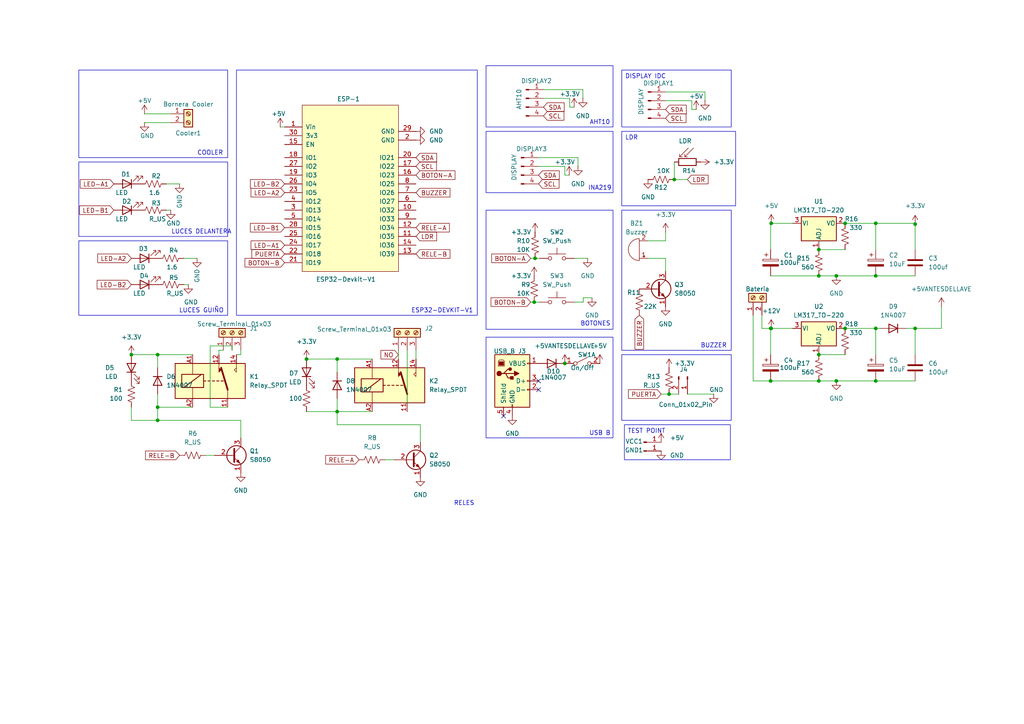
<source format=kicad_sch>
(kicad_sch (version 20231120) (generator "eeschema") (generator_version "8.0")
  (paper "A4")
  (lib_symbols
    (symbol "Connector:Conn_01x01_Pin" (pin_names (offset 1.016) hide)
      (property "Reference" "J" (at 0 2.54 0))
      (property "Value" "Conn_01x01_Pin" (at 0 -2.54 0))
      (symbol "Conn_01x01_Pin_1_1"
        (pin passive line (at 5.08 0 180) (length 3.81) (name "Pin_1") (number "1"))
      )
    )
    (symbol "Connector:Conn_01x02_Pin" (pin_names (offset 1.016) hide)
      (property "Reference" "J" (at 0 2.54 0))
      (property "Value" "Conn_01x02_Pin" (at 0 -5.08 0))
      (symbol "Conn_01x02_Pin_1_1"
        (pin passive line (at 5.08 0 180) (length 3.81) (name "Pin_1") (number "1"))
        (pin passive line (at 5.08 -2.54 180) (length 3.81) (name "Pin_2") (number "2"))
      )
    )
    (symbol "Connector:Conn_01x04_Pin" (pin_names (offset 1.016) hide)
      (property "Reference" "J" (at 0 5.08 0))
      (property "Value" "Conn_01x04_Pin" (at 0 -7.62 0))
      (symbol "Conn_01x04_Pin_1_1"
        (pin passive line (at 5.08 2.54 180) (length 3.81) (name "Pin_1") (number "1"))
        (pin passive line (at 5.08 0 180) (length 3.81) (name "Pin_2") (number "2"))
        (pin passive line (at 5.08 -2.54 180) (length 3.81) (name "Pin_3") (number "3"))
        (pin passive line (at 5.08 -5.08 180) (length 3.81) (name "Pin_4") (number "4"))
      )
    )
    (symbol "Connector:Screw_Terminal_01x02" (pin_names (offset 1.016) hide)
      (property "Reference" "J" (at 0 2.54 0))
      (property "Value" "Screw_Terminal_01x02" (at 0 -5.08 0))
      (symbol "Screw_Terminal_01x02_1_1"
        (pin passive line (at -5.08 0 0) (length 3.81) (name "Pin_1") (number "1"))
        (pin passive line (at -5.08 -2.54 0) (length 3.81) (name "Pin_2") (number "2"))
      )
    )
    (symbol "Connector:Screw_Terminal_01x03" (pin_names (offset 1.016) hide)
      (property "Reference" "J" (at 0 5.08 0))
      (property "Value" "Screw_Terminal_01x03" (at 0 -5.08 0))
      (symbol "Screw_Terminal_01x03_1_1"
        (pin passive line (at -5.08 2.54 0) (length 3.81) (name "Pin_1") (number "1"))
        (pin passive line (at -5.08 0 0) (length 3.81) (name "Pin_2") (number "2"))
        (pin passive line (at -5.08 -2.54 0) (length 3.81) (name "Pin_3") (number "3"))
      )
    )
    (symbol "Connector:USB_B" (pin_names (offset 1.016))
      (property "Reference" "J" (at -5.08 11.43 0))
      (property "Value" "USB_B" (at -5.08 8.89 0))
      (symbol "USB_B_1_1"
        (pin power_out line (at 7.62 5.08 180) (length 2.54) (name "VBUS") (number "1"))
        (pin bidirectional line (at 7.62 -2.54 180) (length 2.54) (name "D-") (number "2"))
        (pin bidirectional line (at 7.62 0 180) (length 2.54) (name "D+") (number "3"))
        (pin power_out line (at 0 -10.16 90) (length 2.54) (name "GND") (number "4"))
        (pin passive line (at -2.54 -10.16 90) (length 2.54) (name "Shield") (number "5"))
      )
    )
    (symbol "Device:Buzzer" (pin_names (offset 0.0254) hide)
      (property "Reference" "BZ" (at 3.81 1.27 0))
      (property "Value" "Buzzer" (at 3.81 -1.27 0))
      (symbol "Buzzer_1_1"
        (pin passive line (at -2.54 2.54 0) (length 2.54) (name "+") (number "1"))
        (pin passive line (at -2.54 -2.54 0) (length 2.54) (name "-") (number "2"))
      )
    )
    (symbol "Device:C" (pin_numbers hide) (pin_names (offset 0.254))
      (property "Reference" "C" (at 0.635 2.54 0))
      (property "Value" "C" (at 0.635 -2.54 0))
      (symbol "C_1_1"
        (pin passive line (at 0 3.81 270) (length 2.794) (name "~") (number "1"))
        (pin passive line (at 0 -3.81 90) (length 2.794) (name "~") (number "2"))
      )
    )
    (symbol "Device:C_Polarized" (pin_numbers hide) (pin_names (offset 0.254))
      (property "Reference" "C" (at 0.635 2.54 0))
      (property "Value" "C_Polarized" (at 0.635 -2.54 0))
      (symbol "C_Polarized_1_1"
        (pin passive line (at 0 3.81 270) (length 2.794) (name "~") (number "1"))
        (pin passive line (at 0 -3.81 90) (length 2.794) (name "~") (number "2"))
      )
    )
    (symbol "Device:LED" (pin_numbers hide) (pin_names (offset 1.016) hide)
      (property "Reference" "D" (at 0 2.54 0))
      (property "Value" "LED" (at 0 -2.54 0))
      (symbol "LED_1_1"
        (pin passive line (at -3.81 0 0) (length 2.54) (name "K") (number "1"))
        (pin passive line (at 3.81 0 180) (length 2.54) (name "A") (number "2"))
      )
    )
    (symbol "Device:R_US" (pin_numbers hide) (pin_names (offset 0))
      (property "Reference" "R" (at 2.54 0 90))
      (property "Value" "R_US" (at -2.54 0 90))
      (symbol "R_US_1_1"
        (pin passive line (at 0 3.81 270) (length 1.27) (name "~") (number "1"))
        (pin passive line (at 0 -3.81 90) (length 1.27) (name "~") (number "2"))
      )
    )
    (symbol "Diode:1N4007" (pin_numbers hide) (pin_names hide)
      (property "Reference" "D" (at 0 2.54 0))
      (property "Value" "1N4007" (at 0 -2.54 0))
      (symbol "1N4007_1_1"
        (pin passive line (at -3.81 0 0) (length 2.54) (name "K") (number "1"))
        (pin passive line (at 3.81 0 180) (length 2.54) (name "A") (number "2"))
      )
    )
    (symbol "Regulator_Linear:LM317_TO-220" (pin_names (offset 0.254))
      (property "Reference" "U" (at -3.81 3.175 0))
      (property "Value" "LM317_TO-220" (at 0 3.175 0))
      (symbol "LM317_TO-220_1_1"
        (pin input line (at 0 -7.62 90) (length 2.54) (name "ADJ") (number "1"))
        (pin power_out line (at 7.62 0 180) (length 2.54) (name "VO") (number "2"))
        (pin power_in line (at -7.62 0 0) (length 2.54) (name "VI") (number "3"))
      )
    )
    (symbol "Relay:Relay_SPDT"
      (property "Reference" "K" (at 11.43 3.81 0))
      (property "Value" "Relay_SPDT" (at 11.43 1.27 0))
      (symbol "Relay_SPDT_1_1"
        (pin passive line (at 5.08 -7.62 90) (length 2.54) (name "~") (number "11"))
        (pin passive line (at 2.54 7.62 270) (length 2.54) (name "~") (number "12"))
        (pin passive line (at 7.62 7.62 270) (length 2.54) (name "~") (number "14"))
        (pin passive line (at -5.08 7.62 270) (length 2.54) (name "~") (number "A1"))
        (pin passive line (at -5.08 -7.62 90) (length 2.54) (name "~") (number "A2"))
      )
    )
    (symbol "Sensor_Optical:A1050" (pin_numbers hide) (pin_names (offset 0))
      (property "Reference" "R" (at -5.08 0 90))
      (property "Value" "A1050" (at 1.905 0 90))
      (symbol "A1050_1_1"
        (pin passive line (at 0 3.81 270) (length 1.27) (name "~") (number "1"))
        (pin passive line (at 0 -3.81 90) (length 1.27) (name "~") (number "2"))
      )
    )
    (symbol "Switch:SW_DPST_x2" (pin_names (offset 0) hide)
      (property "Reference" "SW" (at 0 3.175 0))
      (property "Value" "SW_DPST_x2" (at 0 -2.54 0))
      (symbol "SW_DPST_x2_1_1"
        (pin passive line (at -5.08 0 0) (length 2.54) (name "A") (number "1"))
        (pin passive line (at 5.08 0 180) (length 2.54) (name "B") (number "2"))
      )
      (symbol "SW_DPST_x2_2_1"
        (pin passive line (at -5.08 0 0) (length 2.54) (name "A") (number "3"))
        (pin passive line (at 5.08 0 180) (length 2.54) (name "B") (number "4"))
      )
    )
    (symbol "Switch:SW_Push" (pin_numbers hide) (pin_names (offset 1.016) hide)
      (property "Reference" "SW" (at 1.27 2.54 0))
      (property "Value" "SW_Push" (at 0 -1.524 0))
      (symbol "SW_Push_0_1"
        (pin passive line (at -5.08 0 0) (length 2.54) (name "1") (number "1"))
        (pin passive line (at 5.08 0 180) (length 2.54) (name "2") (number "2"))
      )
    )
    (symbol "Transistor_BJT:S8050" (pin_names (offset 0) hide)
      (property "Reference" "Q" (at 5.08 1.905 0))
      (property "Value" "S8050" (at 5.08 0 0))
      (symbol "S8050_1_1"
        (pin passive line (at 2.54 -5.08 90) (length 2.54) (name "E") (number "1"))
        (pin input line (at -5.08 0 0) (length 5.08) (name "B") (number "2"))
        (pin passive line (at 2.54 5.08 270) (length 2.54) (name "C") (number "3"))
      )
    )
    (symbol "esp32-devkit-v1:ESP32-Devkit-V1" (pin_names (offset 1.016))
      (property "Reference" "U" (at 13.97 -21.59 0))
      (property "Value" "ESP32-Devkit-V1" (at 13.97 -2.54 0))
      (symbol "ESP32-Devkit-V1_1_1"
        (pin power_in line (at -5.08 -6.35 0) (length 5.08) (name "Vin") (number "1"))
        (pin bidirectional line (at 33.02 -30.48 180) (length 5.08) (name "IO32") (number "10"))
        (pin bidirectional line (at 33.02 -38.1 180) (length 5.08) (name "IO35") (number "11"))
        (pin bidirectional line (at 33.02 -35.56 180) (length 5.08) (name "IO34") (number "12"))
        (pin bidirectional line (at 33.02 -43.18 180) (length 5.08) (name "IO39") (number "13"))
        (pin bidirectional line (at 33.02 -40.64 180) (length 5.08) (name "IO36") (number "14"))
        (pin input line (at -5.08 -11.43 0) (length 5.08) (name "EN") (number "15"))
        (pin bidirectional line (at 33.02 -20.32 180) (length 5.08) (name "IO23") (number "16"))
        (pin bidirectional line (at 33.02 -17.78 180) (length 5.08) (name "IO22") (number "17"))
        (pin bidirectional line (at -5.08 -15.24 0) (length 5.08) (name "IO1") (number "18"))
        (pin bidirectional line (at -5.08 -20.32 0) (length 5.08) (name "IO3") (number "19"))
        (pin power_out line (at 33.02 -10.16 180) (length 5.08) (name "GND") (number "2"))
        (pin bidirectional line (at 33.02 -15.24 180) (length 5.08) (name "IO21") (number "20"))
        (pin bidirectional line (at -5.08 -45.72 0) (length 5.08) (name "IO19") (number "21"))
        (pin bidirectional line (at -5.08 -43.18 0) (length 5.08) (name "IO18") (number "22"))
        (pin bidirectional line (at -5.08 -25.4 0) (length 5.08) (name "IO5") (number "23"))
        (pin bidirectional line (at -5.08 -40.64 0) (length 5.08) (name "IO17") (number "24"))
        (pin bidirectional line (at -5.08 -38.1 0) (length 5.08) (name "IO16") (number "25"))
        (pin bidirectional line (at -5.08 -22.86 0) (length 5.08) (name "IO4") (number "26"))
        (pin bidirectional line (at -5.08 -17.78 0) (length 5.08) (name "IO2") (number "27"))
        (pin bidirectional line (at -5.08 -35.56 0) (length 5.08) (name "IO15") (number "28"))
        (pin power_out line (at 33.02 -7.62 180) (length 5.08) (name "GND") (number "29"))
        (pin bidirectional line (at -5.08 -30.48 0) (length 5.08) (name "IO13") (number "3"))
        (pin power_out line (at -5.08 -8.89 0) (length 5.08) (name "3v3") (number "30"))
        (pin bidirectional line (at -5.08 -27.94 0) (length 5.08) (name "IO12") (number "4"))
        (pin bidirectional line (at -5.08 -33.02 0) (length 5.08) (name "IO14") (number "5"))
        (pin bidirectional line (at 33.02 -27.94 180) (length 5.08) (name "IO27") (number "6"))
        (pin bidirectional line (at 33.02 -25.4 180) (length 5.08) (name "IO26") (number "7"))
        (pin bidirectional line (at 33.02 -22.86 180) (length 5.08) (name "IO25") (number "8"))
        (pin bidirectional line (at 33.02 -33.02 180) (length 5.08) (name "IO33") (number "9"))
      )
    )
    (symbol "power:+3.3V" (power) (pin_numbers hide) (pin_names (offset 0) hide)
      (property "Value" "+3.3V" (at 0 3.556 0))
      (symbol "+3.3V_1_1"
        (pin power_in line (at 0 0 90) (length 0) (name "~") (number "1"))
      )
    )
    (symbol "power:+5V" (power) (pin_numbers hide) (pin_names (offset 0) hide)
      (property "Value" "+5V" (at 0 3.556 0))
      (symbol "+5V_1_1"
        (pin power_in line (at 0 0 90) (length 0) (name "~") (number "1"))
      )
    )
    (symbol "power:GND" (power) (pin_numbers hide) (pin_names (offset 0) hide)
      (property "Value" "GND" (at 0 -3.81 0))
      (symbol "GND_1_1"
        (pin power_in line (at 0 0 270) (length 0) (name "~") (number "1"))
      )
    )
  )
  (junction (at 254 95.25))
  (junction (at 237.49 110.49))
  (junction (at 194.056 114.3))
  (junction (at 45.72 118.11))
  (junction (at 88.9 104.14))
  (junction (at 242.57 80.01))
  (junction (at 45.72 121.92))
  (junction (at 254 64.77))
  (junction (at 154.94 87.63))
  (junction (at 242.57 110.49))
  (junction (at 38.1 102.87))
  (junction (at 265.43 95.25))
  (junction (at 97.79 104.14))
  (junction (at 163.83 105.41))
  (junction (at 265.43 65.0001))
  (junction (at 254 80.01))
  (junction (at 245.11 64.77))
  (junction (at 97.79 119.38))
  (junction (at 223.52 110.49))
  (junction (at 223.686 64.77))
  (junction (at 237.49 72.39))
  (junction (at 245.11 95.25))
  (junction (at 223.52 95.25))
  (junction (at 237.49 80.01))
  (junction (at 45.72 102.87))
  (junction (at 155.194 74.93))
  (junction (at 223.686 95.25))
  (junction (at 254 110.49))
  (junction (at 237.49 102.87))
  (junction (at 195.58 52.07))
  (no_connect (at 156.21 110.49))
  (no_connect (at 146.05 120.65))
  (no_connect (at 156.21 113.03))
  (wire (pts (xy 218.44 91.44) (xy 218.44 110.49)))
  (wire (pts (xy 193.04 69.85) (xy 187.96 69.85)))
  (wire (pts (xy 223.686 95.25) (xy 223.52 95.25)))
  (wire (pts (xy 97.79 104.14) (xy 97.79 107.95)))
  (wire (pts (xy 169.164 87.63) (xy 166.624 87.63)))
  (wire (pts (xy 265.43 64.77) (xy 254 64.77)))
  (wire (pts (xy 200.66 29.21) (xy 193.04 29.21)))
  (wire (pts (xy 204.47 29.21) (xy 204.47 26.67)))
  (wire (pts (xy 45.72 102.87) (xy 45.72 106.68)))
  (wire (pts (xy 265.43 95.25) (xy 273.05 95.25)))
  (wire (pts (xy 118.11 101.6) (xy 118.11 119.38)))
  (wire (pts (xy 49.53 60.96) (xy 48.26 60.96)))
  (wire (pts (xy 115.57 101.6) (xy 115.57 104.14)))
  (wire (pts (xy 237.49 110.49) (xy 242.57 110.49)))
  (wire (pts (xy 165.2503 28.535) (xy 157.6303 28.535)))
  (wire (pts (xy 229.87 64.77) (xy 223.686 64.77)))
  (wire (pts (xy 121.92 123.19) (xy 97.79 123.19)))
  (wire (pts (xy 193.04 74.93) (xy 193.04 78.74)))
  (wire (pts (xy 265.43 65.0001) (xy 265.43 64.77)))
  (wire (pts (xy 57.15 74.93) (xy 53.34 74.93)))
  (wire (pts (xy 88.9 119.38) (xy 97.79 119.38)))
  (wire (pts (xy 254 110.49) (xy 265.43 110.49)))
  (wire (pts (xy 254 72.39) (xy 254 64.77)))
  (wire (pts (xy 38.1 102.87) (xy 45.72 102.87)))
  (wire (pts (xy 107.95 119.38) (xy 97.79 119.38)))
  (wire (pts (xy 165.1 50.8) (xy 163.83 50.8)))
  (wire (pts (xy 97.79 119.38) (xy 97.79 115.57)))
  (wire (pts (xy 107.95 104.14) (xy 97.79 104.14)))
  (wire (pts (xy 169.164 86.36) (xy 169.164 87.63)))
  (wire (pts (xy 237.49 80.01) (xy 242.57 80.01)))
  (wire (pts (xy 254 95.25) (xy 255.27 95.25)))
  (wire (pts (xy 68.58 102.87) (xy 69.85 102.87)))
  (wire (pts (xy 120.65 101.6) (xy 120.65 104.14)))
  (wire (pts (xy 237.49 102.87) (xy 245.11 102.87)))
  (wire (pts (xy 200.66 31.75) (xy 200.66 29.21)))
  (wire (pts (xy 204.47 26.67) (xy 193.04 26.67)))
  (wire (pts (xy 54.61 82.55) (xy 53.34 82.55)))
  (wire (pts (xy 195.58 46.99) (xy 195.58 52.07)))
  (wire (pts (xy 81.28 36.83) (xy 82.55 36.83)))
  (wire (pts (xy 163.83 50.8) (xy 163.83 48.26)))
  (wire (pts (xy 60.96 100.33) (xy 60.96 118.11)))
  (wire (pts (xy 38.1 121.92) (xy 45.72 121.92)))
  (wire (pts (xy 111.76 133.35) (xy 114.3 133.35)))
  (wire (pts (xy 52.07 53.34) (xy 48.26 53.34)))
  (wire (pts (xy 59.69 132.08) (xy 62.23 132.08)))
  (wire (pts (xy 154.94 87.63) (xy 156.464 87.63)))
  (wire (pts (xy 223.52 110.49) (xy 237.49 110.49)))
  (wire (pts (xy 254 102.87) (xy 254 95.25)))
  (wire (pts (xy 169.0603 28.535) (xy 169.0603 25.995)))
  (wire (pts (xy 229.87 95.25) (xy 223.686 95.25)))
  (wire (pts (xy 265.43 72.39) (xy 265.43 65.0001)))
  (wire (pts (xy 155.194 74.93) (xy 156.464 74.93)))
  (wire (pts (xy 41.91 35.56) (xy 49.53 35.56)))
  (wire (pts (xy 38.1 118.11) (xy 38.1 121.92)))
  (wire (pts (xy 67.31 101.6) (xy 67.31 100.33)))
  (wire (pts (xy 220.98 95.25) (xy 223.52 95.25)))
  (wire (pts (xy 169.0603 25.995) (xy 157.6303 25.995)))
  (wire (pts (xy 63.5 101.6) (xy 63.5 102.87)))
  (wire (pts (xy 254 80.01) (xy 265.43 80.01)))
  (wire (pts (xy 69.85 102.87) (xy 69.85 101.6)))
  (wire (pts (xy 223.52 80.01) (xy 237.49 80.01)))
  (wire (pts (xy 166.5203 31.075) (xy 165.2503 31.075)))
  (wire (pts (xy 223.52 64.77) (xy 223.52 72.39)))
  (wire (pts (xy 199.39 114.3) (xy 207.01 114.3)))
  (wire (pts (xy 69.85 127) (xy 69.85 121.92)))
  (wire (pts (xy 223.52 95.25) (xy 223.52 102.87)))
  (wire (pts (xy 237.49 72.39) (xy 245.11 72.39)))
  (wire (pts (xy 60.96 118.11) (xy 66.04 118.11)))
  (wire (pts (xy 167.64 45.72) (xy 156.21 45.72)))
  (wire (pts (xy 220.98 91.44) (xy 220.98 95.25)))
  (wire (pts (xy 153.924 74.93) (xy 155.194 74.93)))
  (wire (pts (xy 41.91 33.02) (xy 49.53 33.02)))
  (wire (pts (xy 191.77 114.3) (xy 194.056 114.3)))
  (wire (pts (xy 55.88 118.11) (xy 45.72 118.11)))
  (wire (pts (xy 167.64 48.26) (xy 167.64 45.72)))
  (wire (pts (xy 165.2503 31.075) (xy 165.2503 28.535)))
  (wire (pts (xy 242.57 110.49) (xy 254 110.49)))
  (wire (pts (xy 254 64.77) (xy 245.11 64.77)))
  (wire (pts (xy 45.72 121.92) (xy 45.72 118.11)))
  (wire (pts (xy 242.57 80.01) (xy 254 80.01)))
  (wire (pts (xy 265.43 95.25) (xy 265.43 102.87)))
  (wire (pts (xy 69.85 121.92) (xy 45.72 121.92)))
  (wire (pts (xy 187.96 74.93) (xy 193.04 74.93)))
  (wire (pts (xy 88.9 104.14) (xy 97.79 104.14)))
  (wire (pts (xy 64.77 101.6) (xy 63.5 101.6)))
  (wire (pts (xy 45.72 118.11) (xy 45.72 114.3)))
  (wire (pts (xy 67.31 100.33) (xy 60.96 100.33)))
  (wire (pts (xy 163.83 48.26) (xy 156.21 48.26)))
  (wire (pts (xy 153.924 87.63) (xy 154.94 87.63)))
  (wire (pts (xy 223.52 110.49) (xy 218.44 110.49)))
  (wire (pts (xy 201.93 31.75) (xy 200.66 31.75)))
  (wire (pts (xy 194.056 114.3) (xy 196.85 114.3)))
  (wire (pts (xy 55.88 102.87) (xy 45.72 102.87)))
  (wire (pts (xy 223.686 64.77) (xy 223.52 64.77)))
  (wire (pts (xy 273.05 95.25) (xy 273.05 88.9)))
  (wire (pts (xy 169.164 86.36) (xy 171.704 86.36)))
  (wire (pts (xy 199.39 52.07) (xy 195.58 52.07)))
  (wire (pts (xy 262.89 95.25) (xy 265.43 95.25)))
  (wire (pts (xy 193.04 67.31) (xy 193.04 69.85)))
  (wire (pts (xy 97.79 123.19) (xy 97.79 119.38)))
  (wire (pts (xy 166.624 74.93) (xy 170.434 74.93)))
  (wire (pts (xy 254 95.25) (xy 245.11 95.25)))
  (wire (pts (xy 121.92 128.27) (xy 121.92 123.19)))
  (rectangle (start 180.34 60.96) (end 212.09 101.6))
  (rectangle (start 140.97 19.05) (end 177.8 36.83))
  (rectangle (start 180.34 102.87) (end 212.09 121.92))
  (rectangle (start 22.86 69.85) (end 66.04 91.44))
  (rectangle (start 22.86 46.99) (end 66.04 68.58))
  (rectangle (start 140.97 97.79) (end 177.8 127))
  (rectangle (start 22.86 20.32) (end 66.04 45.72))
  (rectangle (start 140.97 38.1) (end 177.8 55.88))
  (rectangle (start 68.58 20.32) (end 138.43 91.44))
  (rectangle (start 140.97 60.96) (end 177.8 95.504))
  (text_box "TEST POINT\n" (at 181.102 123.19 0) (size 30.734 10.16) (effects (font (size 1.27 1.27)) (justify left top)))
  (text_box "LDR\n" (at 180.34 38.1 0) (size 33.02 21.59) (effects (font (size 1.27 1.27)) (justify left top)))
  (text_box "DISPLAY IDC" (at 180.34 20.32 0) (size 31.75 16.51) (effects (font (size 1.27 1.27)) (justify left top)))
  (text "INA219" (at 173.99 54.61 0) (effects (font (size 1.27 1.27))))
  (text "LUCES DELANTERA" (at 58.42 67.31 0) (effects (font (size 1.27 1.27))))
  (text "LUCES GUIÑO" (at 58.42 90.17 0) (effects (font (size 1.27 1.27))))
  (text "ESP32-DEVKIT-V1" (at 128.27 90.17 0) (effects (font (size 1.27 1.27))))
  (text "RELES\n" (at 134.62 146.05 0) (effects (font (size 1.27 1.27))))
  (text "USB B" (at 173.99 125.73 0) (effects (font (size 1.27 1.27))))
  (text "COOLER" (at 60.96 44.45 0) (effects (font (size 1.27 1.27))))
  (text "BOTONES\n" (at 172.72 93.98 0) (effects (font (size 1.27 1.27))))
  (text "BUZZER" (at 207.01 100.33 0) (effects (font (size 1.27 1.27))))
  (text "AHT10" (at 173.99 35.56 0) (effects (font (size 1.27 1.27))))
  (global_label "SDA" (shape input) (at 156.21 50.8 0) (property "Intersheetrefs" "${INTERSHEET_REFS}" (effects (hide yes))))
  (global_label "PUERTA" (shape input) (at 191.77 114.3 180) (property "Intersheetrefs" "${INTERSHEET_REFS}" (effects (hide yes))))
  (global_label "SDA" (shape input) (at 193.04 31.75 0) (property "Intersheetrefs" "${INTERSHEET_REFS}" (effects (hide yes))))
  (global_label "RELE-A" (shape input) (at 104.14 133.35 180) (property "Intersheetrefs" "${INTERSHEET_REFS}" (effects (hide yes))))
  (global_label "BOTON-A" (shape input) (at 120.65 50.8 0) (property "Intersheetrefs" "${INTERSHEET_REFS}" (effects (hide yes))))
  (global_label "SDA" (shape input) (at 120.65 45.72 0) (property "Intersheetrefs" "${INTERSHEET_REFS}" (effects (hide yes))))
  (global_label "BOTON-B" (shape input) (at 82.55 76.2 180) (property "Intersheetrefs" "${INTERSHEET_REFS}" (effects (hide yes))))
  (global_label "SDA" (shape input) (at 157.6303 31.075 0) (property "Intersheetrefs" "${INTERSHEET_REFS}" (effects (hide yes))))
  (global_label "LED-A2" (shape input) (at 38.1 74.93 180) (property "Intersheetrefs" "${INTERSHEET_REFS}" (effects (hide yes))))
  (global_label "BUZZER" (shape input) (at 120.65 55.88 0) (property "Intersheetrefs" "${INTERSHEET_REFS}" (effects (hide yes))))
  (global_label "SCL" (shape input) (at 193.04 34.29 0) (property "Intersheetrefs" "${INTERSHEET_REFS}" (effects (hide yes))))
  (global_label "SCL" (shape input) (at 157.6303 33.615 0) (property "Intersheetrefs" "${INTERSHEET_REFS}" (effects (hide yes))))
  (global_label "LDR" (shape input) (at 120.65 68.58 0) (property "Intersheetrefs" "${INTERSHEET_REFS}" (effects (hide yes))))
  (global_label "LED-B1" (shape input) (at 33.02 60.96 180) (property "Intersheetrefs" "${INTERSHEET_REFS}" (effects (hide yes))))
  (global_label "LDR" (shape input) (at 199.39 52.07 0) (property "Intersheetrefs" "${INTERSHEET_REFS}" (effects (hide yes))))
  (global_label "LED-B1" (shape input) (at 82.55 66.04 180) (property "Intersheetrefs" "${INTERSHEET_REFS}" (effects (hide yes))))
  (global_label "LED-A1" (shape input) (at 33.02 53.34 180) (property "Intersheetrefs" "${INTERSHEET_REFS}" (effects (hide yes))))
  (global_label "BUZZER" (shape input) (at 185.42 91.44 270) (property "Intersheetrefs" "${INTERSHEET_REFS}" (effects (hide yes))))
  (global_label "BOTON-A" (shape input) (at 153.924 74.93 180) (property "Intersheetrefs" "${INTERSHEET_REFS}" (effects (hide yes))))
  (global_label "SCL" (shape input) (at 156.21 53.34 0) (property "Intersheetrefs" "${INTERSHEET_REFS}" (effects (hide yes))))
  (global_label "RELE-B" (shape input) (at 120.65 73.66 0) (property "Intersheetrefs" "${INTERSHEET_REFS}" (effects (hide yes))))
  (global_label "BOTON-B" (shape input) (at 153.924 87.63 180) (property "Intersheetrefs" "${INTERSHEET_REFS}" (effects (hide yes))))
  (global_label "SCL" (shape input) (at 120.65 48.26 0) (property "Intersheetrefs" "${INTERSHEET_REFS}" (effects (hide yes))))
  (global_label "LED-A1" (shape input) (at 82.55 71.12 180) (property "Intersheetrefs" "${INTERSHEET_REFS}" (effects (hide yes))))
  (global_label "RELE-B" (shape input) (at 52.07 132.08 180) (property "Intersheetrefs" "${INTERSHEET_REFS}" (effects (hide yes))))
  (global_label "LED-B2" (shape input) (at 38.1 82.55 180) (property "Intersheetrefs" "${INTERSHEET_REFS}" (effects (hide yes))))
  (global_label "LED-A2" (shape input) (at 82.55 55.88 180) (property "Intersheetrefs" "${INTERSHEET_REFS}" (effects (hide yes))))
  (global_label "RELE-A" (shape input) (at 120.65 66.04 0) (property "Intersheetrefs" "${INTERSHEET_REFS}" (effects (hide yes))))
  (global_label "PUERTA" (shape input) (at 82.55 73.66 180) (property "Intersheetrefs" "${INTERSHEET_REFS}" (effects (hide yes))))
  (global_label "LED-B2" (shape input) (at 82.55 53.34 180) (property "Intersheetrefs" "${INTERSHEET_REFS}" (effects (hide yes))))
  (global_label "NO" (shape input) (at 115.57 102.87 180) (property "Intersheetrefs" "${INTERSHEET_REFS}" (effects (hide yes))))
  (symbol (lib_id "power:+5V") (at 81.28 36.83 0) (unit 1)
    (property "Reference" "#PWR010" (effects (hide yes)))
    (property "Value" "+5V" (at 78.74 33.02 0) (effects (justify left)))
    (property "Description" "Power symbol creates a global label with name \"+5V\"" (effects (hide yes)))
  )
  (symbol (lib_id "power:GND") (at 242.57 80.01 0) (unit 1)
    (property "Reference" "#PWR018" (effects (hide yes)))
    (property "Value" "GND" (at 242.57 85.09 0))
    (property "Description" "Power symbol creates a global label with name \"GND\" , ground" (effects (hide yes)))
  )
  (symbol (lib_id "Device:R_US") (at 237.49 106.68 0) (mirror y) (unit 1)
    (property "Reference" "R17" (at 234.95 105.4099 0) (effects (justify left)))
    (property "Value" "560" (at 236.22 107.95 0) (effects (justify left)))
    (property "Footprint" "Resistor_THT:R_Axial_DIN0207_L6.3mm_D2.5mm_P10.16mm_Horizontal" (effects (hide yes)))
    (property "Description" "Resistor, US symbol" (effects (hide yes)))
  )
  (symbol (lib_id "Connector:Screw_Terminal_01x02") (at 54.61 33.02 0) (unit 1)
    (property "Reference" "Cooler1" (at 54.61 38.608 0))
    (property "Value" "Bornera Cooler" (at 54.61 30.226 0))
    (property "Footprint" "TerminalBlock:TerminalBlock_bornier-2_P5.08mm" (effects (hide yes)))
    (property "Description" "Generic screw terminal, single row, 01x02, script generated (kicad-library-utils/schlib/autogen/connector/)" (effects (hide yes)))
  )
  (symbol (lib_id "Device:R_US") (at 49.53 74.93 270) (unit 1)
    (property "Reference" "R4" (at 49.022 72.644 90) (effects (justify left)))
    (property "Value" "1.6" (at 48.2601 77.47 90) (effects (justify left)))
    (property "Footprint" "Resistor_THT:R_Axial_DIN0207_L6.3mm_D2.5mm_P10.16mm_Horizontal" (effects (hide yes)))
    (property "Description" "Resistor, US symbol" (effects (hide yes)))
  )
  (symbol (lib_id "Transistor_BJT:S8050") (at 67.31 132.08 0) (unit 1)
    (property "Reference" "Q1" (at 72.39 130.8099 0) (effects (justify left)))
    (property "Value" "S8050" (at 72.39 133.3499 0) (effects (justify left)))
    (property "Footprint" "Package_TO_SOT_THT:TO-92_Inline" (effects (hide yes)))
    (property "Datasheet" "http://www.unisonic.com.tw/datasheet/S8050.pdf" (effects (hide yes)))
    (property "Description" "0.7A Ic, 20V Vce, Low Voltage High Current NPN Transistor, TO-92" (effects (hide yes)))
  )
  (symbol (lib_id "power:+3.3V") (at 203.2 46.99 270) (unit 1)
    (property "Reference" "#PWR037" (effects (hide yes)))
    (property "Value" "+3.3V" (at 207.01 46.9899 90) (effects (justify left)))
    (property "Description" "Power symbol creates a global label with name \"+3.3V\"" (effects (hide yes)))
  )
  (symbol (lib_id "Device:R_US") (at 38.1 114.3 0) (unit 1)
    (property "Reference" "R1" (at 34.29 113.03 0))
    (property "Value" "100" (at 31.75 115.57 0) (effects (justify left)))
    (property "Footprint" "Resistor_THT:R_Axial_DIN0207_L6.3mm_D2.5mm_P10.16mm_Horizontal" (effects (hide yes)))
    (property "Description" "Resistor, US symbol" (effects (hide yes)))
  )
  (symbol (lib_id "Device:R_US") (at 88.9 115.57 0) (unit 1)
    (property "Reference" "R7" (effects (hide yes)))
    (property "Value" "100" (at 83.82 115.57 0) (effects (justify left)))
    (property "Footprint" "Resistor_THT:R_Axial_DIN0207_L6.3mm_D2.5mm_P10.16mm_Horizontal" (effects (hide yes)))
    (property "Description" "Resistor, US symbol" (effects (hide yes)))
  )
  (symbol (lib_id "power:+5V") (at 223.686 95.25 0) (unit 1)
    (property "Reference" "#PWR025" (effects (hide yes)))
    (property "Value" "+12V" (at 223.686 90.17 0))
    (property "Description" "Power symbol creates a global label with name \"+5V\"" (effects (hide yes)))
  )
  (symbol (lib_id "Transistor_BJT:S8050") (at 190.5 83.82 0) (unit 1)
    (property "Reference" "Q3" (at 195.58 82.5499 0) (effects (justify left)))
    (property "Value" "S8050" (at 195.58 85.0899 0) (effects (justify left)))
    (property "Footprint" "Package_TO_SOT_THT:TO-92_Inline" (effects (hide yes)))
    (property "Datasheet" "http://www.unisonic.com.tw/datasheet/S8050.pdf" (effects (hide yes)))
    (property "Description" "0.7A Ic, 20V Vce, Low Voltage High Current NPN Transistor, TO-92" (effects (hide yes)))
  )
  (symbol (lib_id "power:GND") (at 242.57 110.49 0) (unit 1)
    (property "Reference" "#PWR033" (effects (hide yes)))
    (property "Value" "GND" (at 242.57 115.57 0))
    (property "Description" "Power symbol creates a global label with name \"GND\" , ground" (effects (hide yes)))
  )
  (symbol (lib_id "power:+3.3V") (at 265.43 65.0001 0) (unit 1)
    (property "Reference" "#PWR011" (effects (hide yes)))
    (property "Value" "+3.3V" (at 265.43 59.69 0))
    (property "Description" "Power symbol creates a global label with name \"+3.3V\"" (effects (hide yes)))
  )
  (symbol (lib_id "Connector:Screw_Terminal_01x03") (at 67.31 96.52 90) (unit 1)
    (property "Reference" "J1" (at 72.39 95.2499 90) (effects (justify right)))
    (property "Value" "Screw_Terminal_01x03" (at 57.15 93.98 90) (effects (justify right)))
    (property "Footprint" "TerminalBlock:TerminalBlock_bornier-3_P5.08mm" (effects (hide yes)))
    (property "Description" "Generic screw terminal, single row, 01x03, script generated (kicad-library-utils/schlib/autogen/connector/)" (effects (hide yes)))
  )
  (symbol (lib_id "Device:R_US") (at 44.45 53.34 270) (unit 1)
    (property "Reference" "R2" (at 43.942 51.054 90) (effects (justify left)))
    (property "Value" "1.6" (at 43.1801 55.88 90) (effects (justify left)))
    (property "Footprint" "Resistor_THT:R_Axial_DIN0207_L6.3mm_D2.5mm_P10.16mm_Horizontal" (effects (hide yes)))
    (property "Description" "Resistor, US symbol" (effects (hide yes)))
  )
  (symbol (lib_id "power:GND") (at 57.15 74.93 0) (unit 1)
    (property "Reference" "#PWR08" (effects (hide yes)))
    (property "Value" "GND" (at 57.15 80.01 90))
    (property "Description" "Power symbol creates a global label with name \"GND\" , ground" (effects (hide yes)))
  )
  (symbol (lib_id "Device:C") (at 265.43 106.68 0) (unit 1)
    (property "Reference" "C6" (at 269.24 105.4099 0) (effects (justify left)))
    (property "Value" "100uf" (at 269.24 107.9499 0) (effects (justify left)))
    (property "Footprint" "Capacitor_THT:C_Disc_D7.5mm_W4.4mm_P5.00mm" (effects (hide yes)))
    (property "Description" "Unpolarized capacitor" (effects (hide yes)))
  )
  (symbol (lib_id "Device:C_Polarized") (at 223.52 106.68 0) (unit 1)
    (property "Reference" "C4" (at 227.33 104.5209 0) (effects (justify left)))
    (property "Value" "100uF" (at 226.1069 106.6363 0) (effects (justify left)))
    (property "Footprint" "Capacitor_THT:CP_Radial_D10.0mm_P3.50mm" (effects (hide yes)))
    (property "Description" "Polarized capacitor" (effects (hide yes)))
  )
  (symbol (lib_id "power:GND") (at 49.53 60.96 0) (unit 1)
    (property "Reference" "#PWR07" (effects (hide yes)))
    (property "Value" "GND" (at 48.26 64.77 0) (effects (justify left)))
    (property "Description" "Power symbol creates a global label with name \"GND\" , ground" (effects (hide yes)))
  )
  (symbol (lib_id "Diode:1N4007") (at 45.72 110.49 270) (unit 1)
    (property "Reference" "D6" (at 48.26 109.2199 90) (effects (justify left)))
    (property "Value" "1N4007" (at 48.26 111.7599 90) (effects (justify left)))
    (property "Footprint" "Diode_THT:D_DO-41_SOD81_P10.16mm_Horizontal" (effects (hide yes)))
    (property "Datasheet" "http://www.vishay.com/docs/88503/1n4001.pdf" (effects (hide yes)))
    (property "Description" "1000V 1A General Purpose Rectifier Diode, DO-41" (effects (hide yes)))
    (property "Sim.Device" "D" (effects (hide yes)))
    (property "Sim.Pins" "1=K 2=A" (effects (hide yes)))
  )
  (symbol (lib_id "power:+3.3V") (at 193.04 67.31 0) (unit 1)
    (property "Reference" "#PWR034" (effects (hide yes)))
    (property "Value" "+3.3V" (at 193.04 62.23 0))
    (property "Description" "Power symbol creates a global label with name \"+3.3V\"" (effects (hide yes)))
  )
  (symbol (lib_id "Transistor_BJT:S8050") (at 119.38 133.35 0) (unit 1)
    (property "Reference" "Q2" (at 124.46 132.0799 0) (effects (justify left)))
    (property "Value" "S8050" (at 124.46 134.6199 0) (effects (justify left)))
    (property "Footprint" "Package_TO_SOT_THT:TO-92_Inline" (effects (hide yes)))
    (property "Datasheet" "http://www.unisonic.com.tw/datasheet/S8050.pdf" (effects (hide yes)))
    (property "Description" "0.7A Ic, 20V Vce, Low Voltage High Current NPN Transistor, TO-92" (effects (hide yes)))
  )
  (symbol (lib_id "power:+5V") (at 201.93 31.75 0) (unit 1)
    (property "Reference" "#PWR04" (effects (hide yes)))
    (property "Value" "+5V" (at 201.93 27.94 0))
    (property "Description" "Power symbol creates a global label with name \"+5V\"" (effects (hide yes)))
  )
  (symbol (lib_id "Connector:Conn_01x04_Pin") (at 152.5503 28.535 0) (unit 1)
    (property "Reference" "DISPLAY2" (at 155.5983 23.455 0))
    (property "Value" "AHT10" (at 150.5183 28.789 90))
    (property "Footprint" "Connector_Molex:Molex_KK-254_AE-6410-04A_1x04_P2.54mm_Vertical" (effects (hide yes)))
    (property "Description" "Generic connector, single row, 01x04, script generated" (effects (hide yes)))
  )
  (symbol (lib_id "power:GND") (at 170.434 74.93 0) (unit 1)
    (property "Reference" "#PWR028" (effects (hide yes)))
    (property "Value" "GND" (at 170.434 80.01 0))
    (property "Description" "Power symbol creates a global label with name \"GND\" , ground" (effects (hide yes)))
  )
  (symbol (lib_id "power:GND") (at 167.64 48.26 0) (unit 1)
    (property "Reference" "#PWR024" (effects (hide yes)))
    (property "Value" "GND" (at 167.64 53.34 0))
    (property "Description" "Power symbol creates a global label with name \"GND\" , ground" (effects (hide yes)))
  )
  (symbol (lib_id "Device:R_US") (at 194.056 110.49 0) (mirror y) (unit 1)
    (property "Reference" "R13" (at 191.516 109.2199 0) (effects (justify left)))
    (property "Value" "R_US" (at 191.516 111.7599 0) (effects (justify left)))
    (property "Footprint" "Resistor_THT:R_Axial_DIN0207_L6.3mm_D2.5mm_P10.16mm_Horizontal" (effects (hide yes)))
    (property "Description" "Resistor, US symbol" (effects (hide yes)))
  )
  (symbol (lib_id "power:+5V") (at 273.05 88.9 0) (unit 1)
    (property "Reference" "#PWR043" (effects (hide yes)))
    (property "Value" "+5VANTESDELLAVE" (at 273.05 83.82 0))
    (property "Description" "Power symbol creates a global label with name \"+5V\"" (effects (hide yes)))
  )
  (symbol (lib_id "Device:Buzzer") (at 185.42 72.39 180) (unit 1)
    (property "Reference" "BZ1" (at 184.6649 64.77 0))
    (property "Value" "Buzzer" (at 184.6649 67.31 0))
    (property "Footprint" "Buzzer_Beeper:Buzzer_12x9.5RM7.6" (effects (hide yes)))
    (property "Description" "Buzzer, polarized" (effects (hide yes)))
  )
  (symbol (lib_id "Device:R_US") (at 191.77 52.07 270) (unit 1)
    (property "Reference" "R12" (at 189.738 54.356 90) (effects (justify left)))
    (property "Value" "10K" (at 190.5 49.53 90) (effects (justify left)))
    (property "Footprint" "Resistor_THT:R_Axial_DIN0207_L6.3mm_D2.5mm_P10.16mm_Horizontal" (effects (hide yes)))
    (property "Description" "Resistor, US symbol" (effects (hide yes)))
  )
  (symbol (lib_id "power:+3.3V") (at 154.94 80.01 0) (mirror y) (unit 1)
    (property "Reference" "#PWR021" (effects (hide yes)))
    (property "Value" "+3.3V" (at 151.13 80.01 0))
    (property "Description" "Power symbol creates a global label with name \"+3.3V\"" (effects (hide yes)))
  )
  (symbol (lib_id "Connector:Conn_01x01_Pin") (at 186.69 128.27 0) (unit 1)
    (property "Reference" "VCC1" (at 183.896 128.016 0))
    (property "Value" "Conn_01x01_Pin" (effects (hide yes)))
    (property "Footprint" "Connector_PinHeader_2.54mm:PinHeader_1x01_P2.54mm_Vertical" (effects (hide yes)))
    (property "Description" "Generic connector, single row, 01x01, script generated" (effects (hide yes)))
  )
  (symbol (lib_id "power:+3.3V") (at 155.194 67.31 0) (mirror y) (unit 1)
    (property "Reference" "#PWR022" (effects (hide yes)))
    (property "Value" "+3.3V" (at 151.13 67.31 0))
    (property "Description" "Power symbol creates a global label with name \"+3.3V\"" (effects (hide yes)))
  )
  (symbol (lib_id "Diode:1N4007") (at 97.79 111.76 270) (unit 1)
    (property "Reference" "D8" (at 100.33 110.4899 90) (effects (justify left)))
    (property "Value" "1N4007" (at 100.33 113.0299 90) (effects (justify left)))
    (property "Footprint" "Diode_THT:D_DO-41_SOD81_P10.16mm_Horizontal" (effects (hide yes)))
    (property "Datasheet" "http://www.vishay.com/docs/88503/1n4001.pdf" (effects (hide yes)))
    (property "Description" "1000V 1A General Purpose Rectifier Diode, DO-41" (effects (hide yes)))
    (property "Sim.Device" "D" (effects (hide yes)))
    (property "Sim.Pins" "1=K 2=A" (effects (hide yes)))
  )
  (symbol (lib_id "Device:R_US") (at 44.45 60.96 270) (unit 1)
    (property "Reference" "R3" (at 43.942 58.928 90) (effects (justify left)))
    (property "Value" "R_US" (at 43.1801 63.5 90) (effects (justify left)))
    (property "Footprint" "Resistor_THT:R_Axial_DIN0207_L6.3mm_D2.5mm_P10.16mm_Horizontal" (effects (hide yes)))
    (property "Description" "Resistor, US symbol" (effects (hide yes)))
  )
  (symbol (lib_id "power:+3.3V") (at 38.1 102.87 0) (unit 1)
    (property "Reference" "#PWR02" (effects (hide yes)))
    (property "Value" "+3.3V" (at 38.1 97.79 0))
    (property "Description" "Power symbol creates a global label with name \"+3.3V\"" (effects (hide yes)))
  )
  (symbol (lib_id "power:GND") (at 193.04 88.9 0) (unit 1)
    (property "Reference" "#PWR035" (effects (hide yes)))
    (property "Value" "GND" (at 193.04 93.98 0))
    (property "Description" "Power symbol creates a global label with name \"GND\" , ground" (effects (hide yes)))
  )
  (symbol (lib_id "power:+3.3V") (at 194.056 106.68 0) (mirror y) (unit 1)
    (property "Reference" "#PWR036" (effects (hide yes)))
    (property "Value" "+3.3V" (at 195.58 105.4099 0) (effects (justify right)))
    (property "Description" "Power symbol creates a global label with name \"+3.3V\"" (effects (hide yes)))
  )
  (symbol (lib_id "power:GND") (at 121.92 138.43 0) (unit 1)
    (property "Reference" "#PWR014" (effects (hide yes)))
    (property "Value" "GND" (at 121.92 143.51 0))
    (property "Description" "Power symbol creates a global label with name \"GND\" , ground" (effects (hide yes)))
  )
  (symbol (lib_id "Device:R_US") (at 155.194 71.12 0) (mirror y) (unit 1)
    (property "Reference" "R10" (at 149.86 69.85 0) (effects (justify right)))
    (property "Value" "10K" (at 149.86 72.39 0) (effects (justify right)))
    (property "Footprint" "Resistor_THT:R_Axial_DIN0207_L6.3mm_D2.5mm_P10.16mm_Horizontal" (effects (hide yes)))
    (property "Description" "Resistor, US symbol" (effects (hide yes)))
  )
  (symbol (lib_id "Device:R_US") (at 185.42 87.63 0) (unit 1)
    (property "Reference" "R11" (at 181.864 84.836 0) (effects (justify left)))
    (property "Value" "22K" (at 186.69 88.9 0) (effects (justify left)))
    (property "Footprint" "Resistor_THT:R_Axial_DIN0207_L6.3mm_D2.5mm_P10.16mm_Horizontal" (effects (hide yes)))
    (property "Description" "Resistor, US symbol" (effects (hide yes)))
  )
  (symbol (lib_id "power:+5V") (at 191.77 128.27 0) (unit 1)
    (property "Reference" "#PWR030" (effects (hide yes)))
    (property "Value" "+5V" (at 194.31 126.9999 0) (effects (justify left)))
    (property "Description" "Power symbol creates a global label with name \"+5V\"" (effects (hide yes)))
  )
  (symbol (lib_id "Connector:Conn_01x04_Pin") (at 187.96 29.21 0) (unit 1)
    (property "Reference" "DISPLAY1" (at 191.008 24.13 0))
    (property "Value" "DISPLAY" (at 185.928 29.464 90))
    (property "Footprint" "Connector_Molex:Molex_KK-254_AE-6410-04A_1x04_P2.54mm_Vertical" (effects (hide yes)))
    (property "Description" "Generic connector, single row, 01x04, script generated" (effects (hide yes)))
  )
  (symbol (lib_id "power:+3.3V") (at 166.5203 31.075 0) (unit 1)
    (property "Reference" "#PWR019" (effects (hide yes)))
    (property "Value" "+3.3V" (at 165.2503 27.265 0))
    (property "Description" "Power symbol creates a global label with name \"+3.3V\"" (effects (hide yes)))
  )
  (symbol (lib_id "power:GND") (at 120.65 38.1 90) (unit 1)
    (property "Reference" "#PWR015" (effects (hide yes)))
    (property "Value" "GND" (at 124.46 38.0999 90) (effects (justify right)))
    (property "Description" "Power symbol creates a global label with name \"GND\" , ground" (effects (hide yes)))
  )
  (symbol (lib_id "power:+5V") (at 41.91 33.02 0) (unit 1)
    (property "Reference" "#PWR01" (effects (hide yes)))
    (property "Value" "+5V" (at 41.91 29.21 0))
    (property "Description" "Power symbol creates a global label with name \"+5V\"" (effects (hide yes)))
  )
  (symbol (lib_id "Device:R_US") (at 237.49 76.2 0) (mirror y) (unit 1)
    (property "Reference" "R15" (at 234.95 74.9299 0) (effects (justify left)))
    (property "Value" "560" (at 236.22 77.47 0) (effects (justify left)))
    (property "Footprint" "Resistor_THT:R_Axial_DIN0207_L6.3mm_D2.5mm_P10.16mm_Horizontal" (effects (hide yes)))
    (property "Description" "Resistor, US symbol" (effects (hide yes)))
  )
  (symbol (lib_id "power:GND") (at 207.01 114.3 0) (unit 1)
    (property "Reference" "#PWR038" (effects (hide yes)))
    (property "Value" "GND" (at 205.74 113.03 0) (effects (justify left)))
    (property "Description" "Power symbol creates a global label with name \"GND\" , ground" (effects (hide yes)))
  )
  (symbol (lib_id "Regulator_Linear:LM317_TO-220") (at 237.49 64.77 0) (unit 1)
    (property "Reference" "U1" (at 237.49 58.42 0))
    (property "Value" "LM317_TO-220" (at 237.49 60.96 0))
    (property "Footprint" "Package_TO_SOT_THT:TO-220F-3_Vertical" (effects (hide yes)))
    (property "Datasheet" "http://www.ti.com/lit/ds/symlink/lm317.pdf" (effects (hide yes)))
    (property "Description" "1.5A 35V Adjustable Linear Regulator, TO-220" (effects (hide yes)))
  )
  (symbol (lib_id "power:GND") (at 187.96 52.07 0) (unit 1)
    (property "Reference" "#PWR029" (effects (hide yes)))
    (property "Value" "GND" (at 187.96 57.15 0))
    (property "Description" "Power symbol creates a global label with name \"GND\" , ground" (effects (hide yes)))
  )
  (symbol (lib_id "Connector:Screw_Terminal_01x03") (at 118.11 96.52 90) (unit 1)
    (property "Reference" "J2" (at 123.19 95.2499 90) (effects (justify right)))
    (property "Value" "Screw_Terminal_01x03" (at 91.948 95.504 90) (effects (justify right)))
    (property "Footprint" "TerminalBlock:TerminalBlock_bornier-3_P5.08mm" (effects (hide yes)))
    (property "Description" "Generic screw terminal, single row, 01x03, script generated (kicad-library-utils/schlib/autogen/connector/)" (effects (hide yes)))
  )
  (symbol (lib_id "power:GND") (at 69.85 137.16 0) (unit 1)
    (property "Reference" "#PWR05" (effects (hide yes)))
    (property "Value" "GND" (at 69.85 142.24 0))
    (property "Description" "Power symbol creates a global label with name \"GND\" , ground" (effects (hide yes)))
  )
  (symbol (lib_id "power:GND") (at 52.07 53.34 0) (unit 1)
    (property "Reference" "#PWR06" (effects (hide yes)))
    (property "Value" "GND" (at 52.07 58.42 90))
    (property "Description" "Power symbol creates a global label with name \"GND\" , ground" (effects (hide yes)))
  )
  (symbol (lib_id "Connector:Conn_01x02_Pin") (at 199.39 109.22 270) (unit 1)
    (property "Reference" "J4" (at 197.104 107.188 90) (effects (justify left)))
    (property "Value" "Conn_01x02_Pin" (at 191.008 117.348 90) (effects (justify left)))
    (property "Footprint" "Connector_Molex:Molex_KK-254_AE-6410-02A_1x02_P2.54mm_Vertical" (effects (hide yes)))
    (property "Description" "Generic connector, single row, 01x02, script generated" (effects (hide yes)))
  )
  (symbol (lib_id "Relay:Relay_SPDT") (at 60.96 110.49 0) (unit 1)
    (property "Reference" "K1" (at 72.39 109.2199 0) (effects (justify left)))
    (property "Value" "Relay_SPDT" (at 72.39 111.7599 0) (effects (justify left)))
    (property "Footprint" "Relay_THT:Relay_SPDT_Finder_36.11" (effects (hide yes)))
    (property "Description" "Monostable Relay SPDT, EN50005" (effects (hide yes)))
  )
  (symbol (lib_id "Device:LED") (at 88.9 107.95 90) (unit 1)
    (property "Reference" "D7" (at 83.82 108.2675 90) (effects (justify right)))
    (property "Value" "LED" (at 83.82 110.8075 90) (effects (justify right)))
    (property "Footprint" "LED_THT:LED_D5.0mm_Clear" (effects (hide yes)))
    (property "Description" "Light emitting diode" (effects (hide yes)))
  )
  (symbol (lib_id "power:+5V") (at 173.99 105.41 0) (unit 1)
    (property "Reference" "#PWR026" (effects (hide yes)))
    (property "Value" "+5V" (at 173.99 100.33 0))
    (property "Description" "Power symbol creates a global label with name \"+5V\"" (effects (hide yes)))
  )
  (symbol (lib_id "Device:R_US") (at 245.11 68.58 0) (mirror x) (unit 1)
    (property "Reference" "R16" (at 248.92 63.5 0) (effects (justify right)))
    (property "Value" "330" (at 250.19 66.04 0) (effects (justify right)))
    (property "Footprint" "Resistor_THT:R_Axial_DIN0207_L6.3mm_D2.5mm_P10.16mm_Horizontal" (effects (hide yes)))
    (property "Description" "Resistor, US symbol" (effects (hide yes)))
  )
  (symbol (lib_id "Device:R_US") (at 55.88 132.08 90) (unit 1)
    (property "Reference" "R6" (at 55.88 125.73 90))
    (property "Value" "R_US" (at 55.88 128.27 90))
    (property "Footprint" "Resistor_THT:R_Axial_DIN0207_L6.3mm_D2.5mm_P10.16mm_Horizontal" (effects (hide yes)))
    (property "Description" "Resistor, US symbol" (effects (hide yes)))
  )
  (symbol (lib_id "Regulator_Linear:LM317_TO-220") (at 237.49 95.25 0) (unit 1)
    (property "Reference" "U2" (at 237.49 88.9 0))
    (property "Value" "LM317_TO-220" (at 237.49 91.44 0))
    (property "Footprint" "Package_TO_SOT_THT:TO-220F-3_Vertical" (effects (hide yes)))
    (property "Datasheet" "http://www.ti.com/lit/ds/symlink/lm317.pdf" (effects (hide yes)))
    (property "Description" "1.5A 35V Adjustable Linear Regulator, TO-220" (effects (hide yes)))
  )
  (symbol (lib_id "power:GND") (at 41.91 35.56 0) (unit 1)
    (property "Reference" "#PWR03" (effects (hide yes)))
    (property "Value" "GND" (at 40.64 39.37 0) (effects (justify left)))
    (property "Description" "Power symbol creates a global label with name \"GND\" , ground" (effects (hide yes)))
  )
  (symbol (lib_id "Device:LED") (at 36.83 53.34 180) (unit 1)
    (property "Reference" "D1" (at 37.846 50.546 0) (effects (justify left)))
    (property "Value" "LED" (at 37.1476 55.88 0) (effects (justify left)))
    (property "Footprint" "Connector_Molex:Molex_KK-254_AE-6410-02A_1x02_P2.54mm_Vertical" (effects (hide yes)))
    (property "Description" "Light emitting diode" (effects (hide yes)))
  )
  (symbol (lib_id "power:+3.3V") (at 165.1 50.8 0) (unit 1)
    (property "Reference" "#PWR023" (effects (hide yes)))
    (property "Value" "+3.3V" (at 163.83 46.99 0))
    (property "Description" "Power symbol creates a global label with name \"+3.3V\"" (effects (hide yes)))
  )
  (symbol (lib_id "Relay:Relay_SPDT") (at 113.03 111.76 0) (unit 1)
    (property "Reference" "K2" (at 124.46 110.4899 0) (effects (justify left)))
    (property "Value" "Relay_SPDT" (at 124.46 113.0299 0) (effects (justify left)))
    (property "Footprint" "Relay_THT:Relay_SPDT_Finder_36.11" (effects (hide yes)))
    (property "Description" "Monostable Relay SPDT, EN50005" (effects (hide yes)))
  )
  (symbol (lib_id "Device:R_US") (at 49.53 82.55 270) (unit 1)
    (property "Reference" "R5" (at 49.022 80.518 90) (effects (justify left)))
    (property "Value" "R_US" (at 48.2601 85.09 90) (effects (justify left)))
    (property "Footprint" "Resistor_THT:R_Axial_DIN0207_L6.3mm_D2.5mm_P10.16mm_Horizontal" (effects (hide yes)))
    (property "Description" "Resistor, US symbol" (effects (hide yes)))
  )
  (symbol (lib_id "power:+5V") (at 163.83 105.41 0) (unit 1)
    (property "Reference" "#PWR041" (effects (hide yes)))
    (property "Value" "+5VANTESDELLAVE" (at 163.83 100.33 0))
    (property "Description" "Power symbol creates a global label with name \"+5V\"" (effects (hide yes)))
  )
  (symbol (lib_id "power:+5V") (at 223.686 64.77 0) (unit 1)
    (property "Reference" "#PWR039" (effects (hide yes)))
    (property "Value" "+5V" (at 223.686 59.69 0))
    (property "Description" "Power symbol creates a global label with name \"+5V\"" (effects (hide yes)))
  )
  (symbol (lib_id "Connector:Conn_01x04_Pin") (at 151.13 48.26 0) (unit 1)
    (property "Reference" "DISPLAY3" (at 154.178 43.18 0))
    (property "Value" "DISPLAY" (at 149.098 48.514 90))
    (property "Footprint" "Connector_Molex:Molex_KK-254_AE-6410-04A_1x04_P2.54mm_Vertical" (effects (hide yes)))
    (property "Description" "Generic connector, single row, 01x04, script generated" (effects (hide yes)))
  )
  (symbol (lib_id "power:GND") (at 120.65 40.64 90) (unit 1)
    (property "Reference" "#PWR016" (effects (hide yes)))
    (property "Value" "GND" (at 124.46 40.6399 90) (effects (justify right)))
    (property "Description" "Power symbol creates a global label with name \"GND\" , ground" (effects (hide yes)))
  )
  (symbol (lib_id "Diode:1N4007") (at 259.08 95.25 180) (unit 1)
    (property "Reference" "D9" (at 259.08 88.9 0))
    (property "Value" "1N4007" (at 259.08 91.44 0))
    (property "Footprint" "Diode_THT:D_DO-41_SOD81_P10.16mm_Horizontal" (effects (hide yes)))
    (property "Datasheet" "http://www.vishay.com/docs/88503/1n4001.pdf" (effects (hide yes)))
    (property "Description" "1000V 1A General Purpose Rectifier Diode, DO-41" (effects (hide yes)))
    (property "Sim.Device" "D" (effects (hide yes)))
    (property "Sim.Pins" "1=K 2=A" (effects (hide yes)))
  )
  (symbol (lib_id "esp32-devkit-v1:ESP32-Devkit-V1") (at 87.63 30.48 0) (unit 1)
    (property "Reference" "ESP-1" (at 101.092 28.702 0))
    (property "Value" "ESP32-Devkit-V1" (at 100.33 81.026 0))
    (property "Footprint" "DOIT_ESP32:DOIT_ESP32_Devkit_mirko" (effects (hide yes)))
  )
  (symbol (lib_id "Device:R_US") (at 154.94 83.82 0) (mirror y) (unit 1)
    (property "Reference" "R9" (at 151.13 82.55 0) (effects (justify right)))
    (property "Value" "10K" (at 149.86 85.09 0) (effects (justify right)))
    (property "Footprint" "Resistor_THT:R_Axial_DIN0207_L6.3mm_D2.5mm_P10.16mm_Horizontal" (effects (hide yes)))
    (property "Description" "Resistor, US symbol" (effects (hide yes)))
  )
  (symbol (lib_id "Switch:SW_DPST_x2") (at 168.91 105.41 0) (unit 1)
    (property "Reference" "SW1" (at 170.18 102.87 0))
    (property "Value" "On/Off" (at 168.91 106.68 0))
    (property "Footprint" "TerminalBlock:TerminalBlock_bornier-2_P5.08mm" (effects (hide yes)))
    (property "Description" "Single Pole Single Throw (SPST) switch, separate symbol" (effects (hide yes)))
  )
  (symbol (lib_id "Connector:USB_B") (at 148.59 110.49 0) (unit 1)
    (property "Reference" "J3" (at 151.384 101.854 0))
    (property "Value" "USB_B" (at 146.304 101.854 0))
    (property "Footprint" "Connector_USB:USB_B_OST_USB-B1HSxx_Horizontal" (effects (hide yes)))
    (property "Description" "USB Type B connector" (effects (hide yes)))
  )
  (symbol (lib_id "Device:LED") (at 41.91 82.55 180) (unit 1)
    (property "Reference" "D4" (at 43.18 80.01 0) (effects (justify left)))
    (property "Value" "LED" (at 42.2276 85.09 0) (effects (justify left)))
    (property "Footprint" "Connector_Molex:Molex_KK-254_AE-6410-02A_1x02_P2.54mm_Vertical" (effects (hide yes)))
    (property "Description" "Light emitting diode" (effects (hide yes)))
  )
  (symbol (lib_id "Sensor_Optical:A1050") (at 199.39 46.99 270) (unit 1)
    (property "Reference" "R14" (at 197.866 49.53 90) (effects (justify left)))
    (property "Value" "LDR" (at 196.85 40.894 90) (effects (justify left)))
    (property "Footprint" "Connector_Molex:Molex_KK-254_AE-6410-02A_1x02_P2.54mm_Vertical" (effects (hide yes)))
    (property "Datasheet" "http://cdn-reichelt.de/documents/datenblatt/A500/A106012.pdf" (effects (hide yes)))
    (property "Description" "light dependent resistor" (effects (hide yes)))
  )
  (symbol (lib_id "Device:LED") (at 36.83 60.96 180) (unit 1)
    (property "Reference" "D2" (at 38.1 58.42 0) (effects (justify left)))
    (property "Value" "LED" (at 37.1476 63.5 0) (effects (justify left)))
    (property "Footprint" "Connector_Molex:Molex_KK-254_AE-6410-02A_1x02_P2.54mm_Vertical" (effects (hide yes)))
    (property "Description" "Light emitting diode" (effects (hide yes)))
  )
  (symbol (lib_id "Connector:Screw_Terminal_01x02") (at 218.44 86.36 90) (unit 1)
    (property "Reference" "Cooler2" (effects (hide yes)))
    (property "Value" "Bateria" (at 219.71 83.82 90))
    (property "Footprint" "TerminalBlock:TerminalBlock_bornier-2_P5.08mm" (effects (hide yes)))
    (property "Description" "Generic screw terminal, single row, 01x02, script generated (kicad-library-utils/schlib/autogen/connector/)" (effects (hide yes)))
  )
  (symbol (lib_id "power:GND") (at 171.704 86.36 0) (unit 1)
    (property "Reference" "#PWR027" (effects (hide yes)))
    (property "Value" "GND" (at 171.704 91.44 0))
    (property "Description" "Power symbol creates a global label with name \"GND\" , ground" (effects (hide yes)))
  )
  (symbol (lib_id "Connector:Conn_01x01_Pin") (at 186.69 130.81 0) (unit 1)
    (property "Reference" "GND1" (at 183.896 130.556 0))
    (property "Value" "Conn_01x01_Pin" (effects (hide yes)))
    (property "Footprint" "Connector_PinHeader_2.54mm:PinHeader_1x01_P2.54mm_Vertical" (effects (hide yes)))
    (property "Description" "Generic connector, single row, 01x01, script generated" (effects (hide yes)))
  )
  (symbol (lib_id "Diode:1N4007") (at 160.02 105.41 180) (unit 1)
    (property "Reference" "D10" (at 160.528 107.696 0))
    (property "Value" "1N4007" (at 160.528 109.474 0))
    (property "Footprint" "Diode_THT:D_DO-41_SOD81_P10.16mm_Horizontal" (effects (hide yes)))
    (property "Datasheet" "http://www.vishay.com/docs/88503/1n4001.pdf" (effects (hide yes)))
    (property "Description" "1000V 1A General Purpose Rectifier Diode, DO-41" (effects (hide yes)))
    (property "Sim.Device" "D" (effects (hide yes)))
    (property "Sim.Pins" "1=K 2=A" (effects (hide yes)))
  )
  (symbol (lib_id "Device:R_US") (at 107.95 133.35 90) (unit 1)
    (property "Reference" "R8" (at 107.95 127 90))
    (property "Value" "R_US" (at 107.95 129.54 90))
    (property "Footprint" "Resistor_THT:R_Axial_DIN0207_L6.3mm_D2.5mm_P10.16mm_Horizontal" (effects (hide yes)))
    (property "Description" "Resistor, US symbol" (effects (hide yes)))
  )
  (symbol (lib_id "Device:C_Polarized") (at 254 106.68 0) (unit 1)
    (property "Reference" "C5" (at 257.81 104.5209 0) (effects (justify left)))
    (property "Value" "10uF" (at 257.81 107.0609 0) (effects (justify left)))
    (property "Footprint" "Capacitor_THT:CP_Radial_D5.0mm_P2.50mm" (effects (hide yes)))
    (property "Description" "Polarized capacitor" (effects (hide yes)))
  )
  (symbol (lib_id "Switch:SW_Push") (at 161.544 87.63 0) (unit 1)
    (property "Reference" "SW3" (at 161.544 80.01 0))
    (property "Value" "SW_Push" (at 161.544 82.55 0))
    (property "Footprint" "Connector_Molex:Molex_KK-254_AE-6410-02A_1x02_P2.54mm_Vertical" (effects (hide yes)))
    (property "Description" "Push button switch, generic, two pins" (effects (hide yes)))
  )
  (symbol (lib_id "Switch:SW_Push") (at 161.544 74.93 0) (unit 1)
    (property "Reference" "SW2" (at 161.544 67.31 0))
    (property "Value" "SW_Push" (at 161.544 69.85 0))
    (property "Footprint" "Connector_Molex:Molex_KK-254_AE-6410-02A_1x02_P2.54mm_Vertical" (effects (hide yes)))
    (property "Description" "Push button switch, generic, two pins" (effects (hide yes)))
  )
  (symbol (lib_id "power:+3.3V") (at 88.9 104.14 0) (unit 1)
    (property "Reference" "#PWR013" (effects (hide yes)))
    (property "Value" "+3.3V" (at 88.9 99.06 0))
    (property "Description" "Power symbol creates a global label with name \"+3.3V\"" (effects (hide yes)))
  )
  (symbol (lib_id "power:GND") (at 54.61 82.55 0) (unit 1)
    (property "Reference" "#PWR09" (effects (hide yes)))
    (property "Value" "GND" (at 53.34 87.63 0) (effects (justify left)))
    (property "Description" "Power symbol creates a global label with name \"GND\" , ground" (effects (hide yes)))
  )
  (symbol (lib_id "Device:C_Polarized") (at 254 76.2 0) (unit 1)
    (property "Reference" "C2" (at 257.81 74.0409 0) (effects (justify left)))
    (property "Value" "10uF" (at 257.81 76.5809 0) (effects (justify left)))
    (property "Footprint" "Capacitor_THT:CP_Radial_D5.0mm_P2.50mm" (effects (hide yes)))
    (property "Description" "Polarized capacitor" (effects (hide yes)))
  )
  (symbol (lib_id "power:GND") (at 148.59 120.65 0) (unit 1)
    (property "Reference" "#PWR017" (effects (hide yes)))
    (property "Value" "GND" (at 148.59 125.73 0))
    (property "Description" "Power symbol creates a global label with name \"GND\" , ground" (effects (hide yes)))
  )
  (symbol (lib_id "power:GND") (at 204.47 29.21 0) (unit 1)
    (property "Reference" "#PWR032" (effects (hide yes)))
    (property "Value" "GND" (at 204.47 34.29 0))
    (property "Description" "Power symbol creates a global label with name \"GND\" , ground" (effects (hide yes)))
  )
  (symbol (lib_id "Device:R_US") (at 245.11 99.06 0) (mirror x) (unit 1)
    (property "Reference" "R18" (at 248.92 93.98 0) (effects (justify right)))
    (property "Value" "330" (at 250.19 96.52 0) (effects (justify right)))
    (property "Footprint" "Resistor_THT:R_Axial_DIN0207_L6.3mm_D2.5mm_P10.16mm_Horizontal" (effects (hide yes)))
    (property "Description" "Resistor, US symbol" (effects (hide yes)))
  )
  (symbol (lib_id "power:GND") (at 191.77 130.81 0) (unit 1)
    (property "Reference" "#PWR031" (effects (hide yes)))
    (property "Value" "GND" (at 194.31 132.0799 0) (effects (justify left)))
    (property "Description" "Power symbol creates a global label with name \"GND\" , ground" (effects (hide yes)))
  )
  (symbol (lib_id "Device:LED") (at 41.91 74.93 180) (unit 1)
    (property "Reference" "D3" (at 42.926 72.136 0) (effects (justify left)))
    (property "Value" "LED" (at 42.2276 77.47 0) (effects (justify left)))
    (property "Footprint" "Connector_Molex:Molex_KK-254_AE-6410-02A_1x02_P2.54mm_Vertical" (effects (hide yes)))
    (property "Description" "Light emitting diode" (effects (hide yes)))
  )
  (symbol (lib_id "Device:LED") (at 38.1 106.68 90) (unit 1)
    (property "Reference" "D5" (at 30.48 106.68 90) (effects (justify right)))
    (property "Value" "LED" (at 30.48 109.22 90) (effects (justify right)))
    (property "Footprint" "LED_THT:LED_D5.0mm_Clear" (effects (hide yes)))
    (property "Description" "Light emitting diode" (effects (hide yes)))
  )
  (symbol (lib_id "Device:C") (at 265.43 76.2 0) (unit 1)
    (property "Reference" "C3" (at 269.24 74.9299 0) (effects (justify left)))
    (property "Value" "100uf" (at 269.24 77.4699 0) (effects (justify left)))
    (property "Footprint" "Capacitor_THT:C_Disc_D7.5mm_W4.4mm_P5.00mm" (effects (hide yes)))
    (property "Description" "Unpolarized capacitor" (effects (hide yes)))
  )
  (symbol (lib_id "Device:C_Polarized") (at 223.52 76.2 0) (unit 1)
    (property "Reference" "C1" (at 227.33 74.0409 0) (effects (justify left)))
    (property "Value" "100uF" (at 226.1069 76.1563 0) (effects (justify left)))
    (property "Footprint" "Capacitor_THT:CP_Radial_D10.0mm_P3.50mm" (effects (hide yes)))
    (property "Description" "Polarized capacitor" (effects (hide yes)))
  )
  (symbol (lib_id "power:GND") (at 169.0603 28.535 0) (unit 1)
    (property "Reference" "#PWR020" (effects (hide yes)))
    (property "Value" "GND" (at 169.0603 33.615 0))
    (property "Description" "Power symbol creates a global label with name \"GND\" , ground" (effects (hide yes)))
  )
)
</source>
